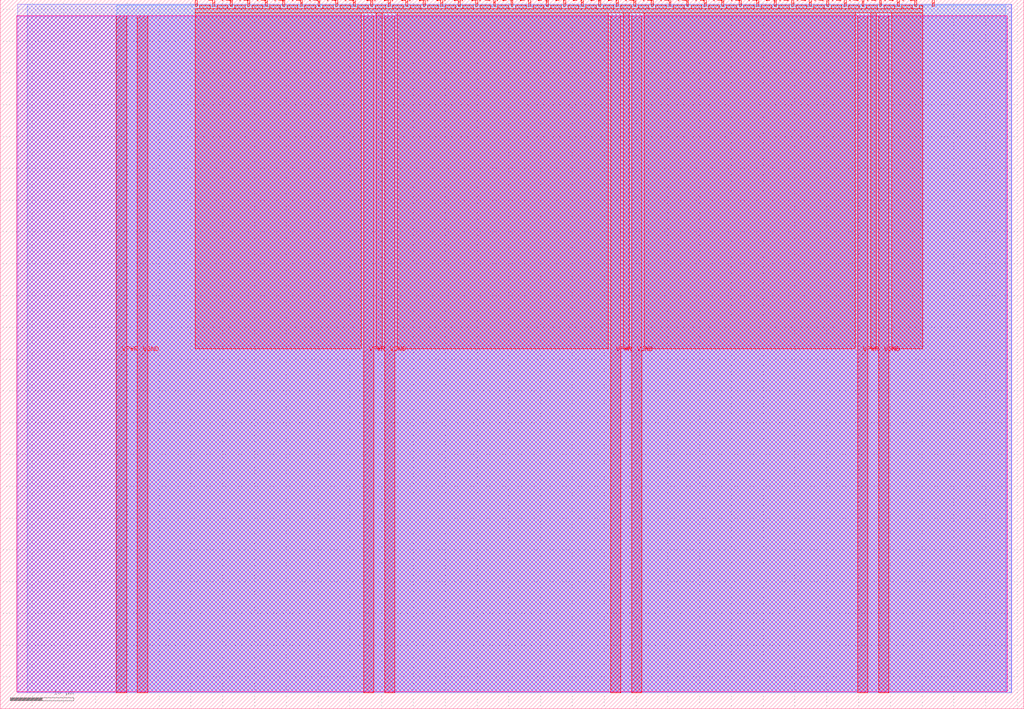
<source format=lef>
VERSION 5.7 ;
  NOWIREEXTENSIONATPIN ON ;
  DIVIDERCHAR "/" ;
  BUSBITCHARS "[]" ;
MACRO tt_um_znah_vga_ca
  CLASS BLOCK ;
  FOREIGN tt_um_znah_vga_ca ;
  ORIGIN 0.000 0.000 ;
  SIZE 161.000 BY 111.520 ;
  PIN VGND
    DIRECTION INOUT ;
    USE GROUND ;
    PORT
      LAYER met4 ;
        RECT 21.580 2.480 23.180 109.040 ;
    END
    PORT
      LAYER met4 ;
        RECT 60.450 2.480 62.050 109.040 ;
    END
    PORT
      LAYER met4 ;
        RECT 99.320 2.480 100.920 109.040 ;
    END
    PORT
      LAYER met4 ;
        RECT 138.190 2.480 139.790 109.040 ;
    END
  END VGND
  PIN VPWR
    DIRECTION INOUT ;
    USE POWER ;
    PORT
      LAYER met4 ;
        RECT 18.280 2.480 19.880 109.040 ;
    END
    PORT
      LAYER met4 ;
        RECT 57.150 2.480 58.750 109.040 ;
    END
    PORT
      LAYER met4 ;
        RECT 96.020 2.480 97.620 109.040 ;
    END
    PORT
      LAYER met4 ;
        RECT 134.890 2.480 136.490 109.040 ;
    END
  END VPWR
  PIN clk
    DIRECTION INPUT ;
    USE SIGNAL ;
    ANTENNAGATEAREA 0.852000 ;
    PORT
      LAYER met4 ;
        RECT 143.830 110.520 144.130 111.520 ;
    END
  END clk
  PIN ena
    DIRECTION INPUT ;
    USE SIGNAL ;
    PORT
      LAYER met4 ;
        RECT 146.590 110.520 146.890 111.520 ;
    END
  END ena
  PIN rst_n
    DIRECTION INPUT ;
    USE SIGNAL ;
    ANTENNAGATEAREA 0.126000 ;
    PORT
      LAYER met4 ;
        RECT 141.070 110.520 141.370 111.520 ;
    END
  END rst_n
  PIN ui_in[0]
    DIRECTION INPUT ;
    USE SIGNAL ;
    PORT
      LAYER met4 ;
        RECT 138.310 110.520 138.610 111.520 ;
    END
  END ui_in[0]
  PIN ui_in[1]
    DIRECTION INPUT ;
    USE SIGNAL ;
    PORT
      LAYER met4 ;
        RECT 135.550 110.520 135.850 111.520 ;
    END
  END ui_in[1]
  PIN ui_in[2]
    DIRECTION INPUT ;
    USE SIGNAL ;
    PORT
      LAYER met4 ;
        RECT 132.790 110.520 133.090 111.520 ;
    END
  END ui_in[2]
  PIN ui_in[3]
    DIRECTION INPUT ;
    USE SIGNAL ;
    PORT
      LAYER met4 ;
        RECT 130.030 110.520 130.330 111.520 ;
    END
  END ui_in[3]
  PIN ui_in[4]
    DIRECTION INPUT ;
    USE SIGNAL ;
    PORT
      LAYER met4 ;
        RECT 127.270 110.520 127.570 111.520 ;
    END
  END ui_in[4]
  PIN ui_in[5]
    DIRECTION INPUT ;
    USE SIGNAL ;
    PORT
      LAYER met4 ;
        RECT 124.510 110.520 124.810 111.520 ;
    END
  END ui_in[5]
  PIN ui_in[6]
    DIRECTION INPUT ;
    USE SIGNAL ;
    PORT
      LAYER met4 ;
        RECT 121.750 110.520 122.050 111.520 ;
    END
  END ui_in[6]
  PIN ui_in[7]
    DIRECTION INPUT ;
    USE SIGNAL ;
    PORT
      LAYER met4 ;
        RECT 118.990 110.520 119.290 111.520 ;
    END
  END ui_in[7]
  PIN uio_in[0]
    DIRECTION INPUT ;
    USE SIGNAL ;
    PORT
      LAYER met4 ;
        RECT 116.230 110.520 116.530 111.520 ;
    END
  END uio_in[0]
  PIN uio_in[1]
    DIRECTION INPUT ;
    USE SIGNAL ;
    PORT
      LAYER met4 ;
        RECT 113.470 110.520 113.770 111.520 ;
    END
  END uio_in[1]
  PIN uio_in[2]
    DIRECTION INPUT ;
    USE SIGNAL ;
    PORT
      LAYER met4 ;
        RECT 110.710 110.520 111.010 111.520 ;
    END
  END uio_in[2]
  PIN uio_in[3]
    DIRECTION INPUT ;
    USE SIGNAL ;
    PORT
      LAYER met4 ;
        RECT 107.950 110.520 108.250 111.520 ;
    END
  END uio_in[3]
  PIN uio_in[4]
    DIRECTION INPUT ;
    USE SIGNAL ;
    PORT
      LAYER met4 ;
        RECT 105.190 110.520 105.490 111.520 ;
    END
  END uio_in[4]
  PIN uio_in[5]
    DIRECTION INPUT ;
    USE SIGNAL ;
    PORT
      LAYER met4 ;
        RECT 102.430 110.520 102.730 111.520 ;
    END
  END uio_in[5]
  PIN uio_in[6]
    DIRECTION INPUT ;
    USE SIGNAL ;
    PORT
      LAYER met4 ;
        RECT 99.670 110.520 99.970 111.520 ;
    END
  END uio_in[6]
  PIN uio_in[7]
    DIRECTION INPUT ;
    USE SIGNAL ;
    PORT
      LAYER met4 ;
        RECT 96.910 110.520 97.210 111.520 ;
    END
  END uio_in[7]
  PIN uio_oe[0]
    DIRECTION OUTPUT ;
    USE SIGNAL ;
    PORT
      LAYER met4 ;
        RECT 49.990 110.520 50.290 111.520 ;
    END
  END uio_oe[0]
  PIN uio_oe[1]
    DIRECTION OUTPUT ;
    USE SIGNAL ;
    PORT
      LAYER met4 ;
        RECT 47.230 110.520 47.530 111.520 ;
    END
  END uio_oe[1]
  PIN uio_oe[2]
    DIRECTION OUTPUT ;
    USE SIGNAL ;
    PORT
      LAYER met4 ;
        RECT 44.470 110.520 44.770 111.520 ;
    END
  END uio_oe[2]
  PIN uio_oe[3]
    DIRECTION OUTPUT ;
    USE SIGNAL ;
    PORT
      LAYER met4 ;
        RECT 41.710 110.520 42.010 111.520 ;
    END
  END uio_oe[3]
  PIN uio_oe[4]
    DIRECTION OUTPUT ;
    USE SIGNAL ;
    PORT
      LAYER met4 ;
        RECT 38.950 110.520 39.250 111.520 ;
    END
  END uio_oe[4]
  PIN uio_oe[5]
    DIRECTION OUTPUT ;
    USE SIGNAL ;
    PORT
      LAYER met4 ;
        RECT 36.190 110.520 36.490 111.520 ;
    END
  END uio_oe[5]
  PIN uio_oe[6]
    DIRECTION OUTPUT ;
    USE SIGNAL ;
    PORT
      LAYER met4 ;
        RECT 33.430 110.520 33.730 111.520 ;
    END
  END uio_oe[6]
  PIN uio_oe[7]
    DIRECTION OUTPUT ;
    USE SIGNAL ;
    PORT
      LAYER met4 ;
        RECT 30.670 110.520 30.970 111.520 ;
    END
  END uio_oe[7]
  PIN uio_out[0]
    DIRECTION OUTPUT ;
    USE SIGNAL ;
    PORT
      LAYER met4 ;
        RECT 72.070 110.520 72.370 111.520 ;
    END
  END uio_out[0]
  PIN uio_out[1]
    DIRECTION OUTPUT ;
    USE SIGNAL ;
    PORT
      LAYER met4 ;
        RECT 69.310 110.520 69.610 111.520 ;
    END
  END uio_out[1]
  PIN uio_out[2]
    DIRECTION OUTPUT ;
    USE SIGNAL ;
    PORT
      LAYER met4 ;
        RECT 66.550 110.520 66.850 111.520 ;
    END
  END uio_out[2]
  PIN uio_out[3]
    DIRECTION OUTPUT ;
    USE SIGNAL ;
    PORT
      LAYER met4 ;
        RECT 63.790 110.520 64.090 111.520 ;
    END
  END uio_out[3]
  PIN uio_out[4]
    DIRECTION OUTPUT ;
    USE SIGNAL ;
    PORT
      LAYER met4 ;
        RECT 61.030 110.520 61.330 111.520 ;
    END
  END uio_out[4]
  PIN uio_out[5]
    DIRECTION OUTPUT ;
    USE SIGNAL ;
    PORT
      LAYER met4 ;
        RECT 58.270 110.520 58.570 111.520 ;
    END
  END uio_out[5]
  PIN uio_out[6]
    DIRECTION OUTPUT ;
    USE SIGNAL ;
    PORT
      LAYER met4 ;
        RECT 55.510 110.520 55.810 111.520 ;
    END
  END uio_out[6]
  PIN uio_out[7]
    DIRECTION OUTPUT ;
    USE SIGNAL ;
    PORT
      LAYER met4 ;
        RECT 52.750 110.520 53.050 111.520 ;
    END
  END uio_out[7]
  PIN uo_out[0]
    DIRECTION OUTPUT ;
    USE SIGNAL ;
    ANTENNADIFFAREA 0.924000 ;
    PORT
      LAYER met4 ;
        RECT 94.150 110.520 94.450 111.520 ;
    END
  END uo_out[0]
  PIN uo_out[1]
    DIRECTION OUTPUT ;
    USE SIGNAL ;
    ANTENNADIFFAREA 0.924000 ;
    PORT
      LAYER met4 ;
        RECT 91.390 110.520 91.690 111.520 ;
    END
  END uo_out[1]
  PIN uo_out[2]
    DIRECTION OUTPUT ;
    USE SIGNAL ;
    ANTENNADIFFAREA 0.924000 ;
    PORT
      LAYER met4 ;
        RECT 88.630 110.520 88.930 111.520 ;
    END
  END uo_out[2]
  PIN uo_out[3]
    DIRECTION OUTPUT ;
    USE SIGNAL ;
    ANTENNADIFFAREA 0.795200 ;
    PORT
      LAYER met4 ;
        RECT 85.870 110.520 86.170 111.520 ;
    END
  END uo_out[3]
  PIN uo_out[4]
    DIRECTION OUTPUT ;
    USE SIGNAL ;
    ANTENNADIFFAREA 0.924000 ;
    PORT
      LAYER met4 ;
        RECT 83.110 110.520 83.410 111.520 ;
    END
  END uo_out[4]
  PIN uo_out[5]
    DIRECTION OUTPUT ;
    USE SIGNAL ;
    ANTENNADIFFAREA 0.924000 ;
    PORT
      LAYER met4 ;
        RECT 80.350 110.520 80.650 111.520 ;
    END
  END uo_out[5]
  PIN uo_out[6]
    DIRECTION OUTPUT ;
    USE SIGNAL ;
    ANTENNADIFFAREA 0.924000 ;
    PORT
      LAYER met4 ;
        RECT 77.590 110.520 77.890 111.520 ;
    END
  END uo_out[6]
  PIN uo_out[7]
    DIRECTION OUTPUT ;
    USE SIGNAL ;
    ANTENNADIFFAREA 0.445500 ;
    PORT
      LAYER met4 ;
        RECT 74.830 110.520 75.130 111.520 ;
    END
  END uo_out[7]
  OBS
      LAYER nwell ;
        RECT 2.570 2.635 158.430 108.990 ;
      LAYER li1 ;
        RECT 2.760 2.635 158.240 108.885 ;
      LAYER met1 ;
        RECT 2.760 2.480 159.090 110.800 ;
      LAYER met2 ;
        RECT 4.240 2.535 159.060 110.830 ;
      LAYER met3 ;
        RECT 18.290 2.555 158.175 110.665 ;
      LAYER met4 ;
        RECT 31.370 110.120 33.030 110.665 ;
        RECT 34.130 110.120 35.790 110.665 ;
        RECT 36.890 110.120 38.550 110.665 ;
        RECT 39.650 110.120 41.310 110.665 ;
        RECT 42.410 110.120 44.070 110.665 ;
        RECT 45.170 110.120 46.830 110.665 ;
        RECT 47.930 110.120 49.590 110.665 ;
        RECT 50.690 110.120 52.350 110.665 ;
        RECT 53.450 110.120 55.110 110.665 ;
        RECT 56.210 110.120 57.870 110.665 ;
        RECT 58.970 110.120 60.630 110.665 ;
        RECT 61.730 110.120 63.390 110.665 ;
        RECT 64.490 110.120 66.150 110.665 ;
        RECT 67.250 110.120 68.910 110.665 ;
        RECT 70.010 110.120 71.670 110.665 ;
        RECT 72.770 110.120 74.430 110.665 ;
        RECT 75.530 110.120 77.190 110.665 ;
        RECT 78.290 110.120 79.950 110.665 ;
        RECT 81.050 110.120 82.710 110.665 ;
        RECT 83.810 110.120 85.470 110.665 ;
        RECT 86.570 110.120 88.230 110.665 ;
        RECT 89.330 110.120 90.990 110.665 ;
        RECT 92.090 110.120 93.750 110.665 ;
        RECT 94.850 110.120 96.510 110.665 ;
        RECT 97.610 110.120 99.270 110.665 ;
        RECT 100.370 110.120 102.030 110.665 ;
        RECT 103.130 110.120 104.790 110.665 ;
        RECT 105.890 110.120 107.550 110.665 ;
        RECT 108.650 110.120 110.310 110.665 ;
        RECT 111.410 110.120 113.070 110.665 ;
        RECT 114.170 110.120 115.830 110.665 ;
        RECT 116.930 110.120 118.590 110.665 ;
        RECT 119.690 110.120 121.350 110.665 ;
        RECT 122.450 110.120 124.110 110.665 ;
        RECT 125.210 110.120 126.870 110.665 ;
        RECT 127.970 110.120 129.630 110.665 ;
        RECT 130.730 110.120 132.390 110.665 ;
        RECT 133.490 110.120 135.150 110.665 ;
        RECT 136.250 110.120 137.910 110.665 ;
        RECT 139.010 110.120 140.670 110.665 ;
        RECT 141.770 110.120 143.430 110.665 ;
        RECT 144.530 110.120 145.065 110.665 ;
        RECT 30.655 109.440 145.065 110.120 ;
        RECT 30.655 56.615 56.750 109.440 ;
        RECT 59.150 56.615 60.050 109.440 ;
        RECT 62.450 56.615 95.620 109.440 ;
        RECT 98.020 56.615 98.920 109.440 ;
        RECT 101.320 56.615 134.490 109.440 ;
        RECT 136.890 56.615 137.790 109.440 ;
        RECT 140.190 56.615 145.065 109.440 ;
  END
END tt_um_znah_vga_ca
END LIBRARY


</source>
